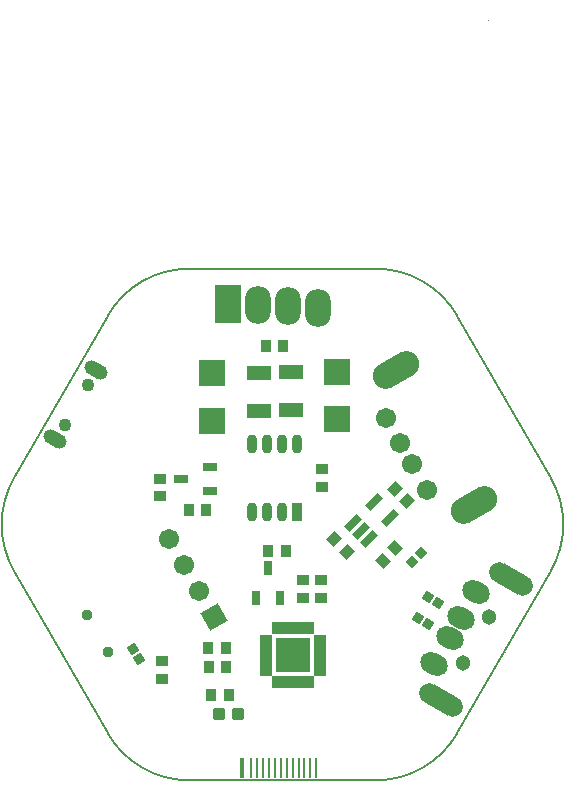
<source format=gbs>
%FSLAX25Y25*%
%MOIN*%
G70*
G01*
G75*
G04 Layer_Color=16711935*
%ADD10R,0.05906X0.05906*%
%ADD11R,0.03347X0.02756*%
G04:AMPARAMS|DCode=12|XSize=62.99mil|YSize=17.72mil|CornerRadius=0mil|HoleSize=0mil|Usage=FLASHONLY|Rotation=210.000|XOffset=0mil|YOffset=0mil|HoleType=Round|Shape=Rectangle|*
%AMROTATEDRECTD12*
4,1,4,0.02285,0.02342,0.03171,0.00808,-0.02285,-0.02342,-0.03171,-0.00808,0.02285,0.02342,0.0*
%
%ADD12ROTATEDRECTD12*%

G04:AMPARAMS|DCode=13|XSize=86.61mil|YSize=47.24mil|CornerRadius=0mil|HoleSize=0mil|Usage=FLASHONLY|Rotation=300.000|XOffset=0mil|YOffset=0mil|HoleType=Round|Shape=Rectangle|*
%AMROTATEDRECTD13*
4,1,4,-0.04211,0.02569,-0.00120,0.04932,0.04211,-0.02569,0.00120,-0.04932,-0.04211,0.02569,0.0*
%
%ADD13ROTATEDRECTD13*%

G04:AMPARAMS|DCode=14|XSize=157.48mil|YSize=78.74mil|CornerRadius=0mil|HoleSize=0mil|Usage=FLASHONLY|Rotation=30.000|XOffset=0mil|YOffset=0mil|HoleType=Round|Shape=Rectangle|*
%AMROTATEDRECTD14*
4,1,4,-0.04851,-0.07347,-0.08788,-0.00528,0.04851,0.07347,0.08788,0.00528,-0.04851,-0.07347,0.0*
%
%ADD14ROTATEDRECTD14*%

%ADD15R,0.02756X0.03347*%
G04:AMPARAMS|DCode=16|XSize=102.36mil|YSize=17.72mil|CornerRadius=0mil|HoleSize=0mil|Usage=FLASHONLY|Rotation=330.000|XOffset=0mil|YOffset=0mil|HoleType=Round|Shape=Rectangle|*
%AMROTATEDRECTD16*
4,1,4,-0.04875,0.01792,-0.03990,0.03326,0.04875,-0.01792,0.03990,-0.03326,-0.04875,0.01792,0.0*
%
%ADD16ROTATEDRECTD16*%

%ADD17R,0.00984X0.07087*%
%ADD18R,0.00984X0.07087*%
%ADD19R,0.01772X0.07087*%
%ADD20C,0.03000*%
%ADD21C,0.02000*%
%ADD22C,0.01000*%
%ADD23C,0.00800*%
%ADD24C,0.00600*%
%ADD25C,0.00250*%
%ADD26C,0.00500*%
%ADD27O,0.07874X0.11811*%
%ADD28R,0.07874X0.11811*%
%ADD29C,0.02953*%
%ADD30P,0.08352X4X165.0*%
%ADD31C,0.05906*%
G04:AMPARAMS|DCode=32|XSize=157.48mil|YSize=78.74mil|CornerRadius=0mil|HoleSize=0mil|Usage=FLASHONLY|Rotation=210.000|XOffset=0mil|YOffset=0mil|HoleType=Round|Shape=Round|*
%AMOVALD32*
21,1,0.07874,0.07874,0.00000,0.00000,210.0*
1,1,0.07874,0.03410,0.01969*
1,1,0.07874,-0.03410,-0.01969*
%
%ADD32OVALD32*%

%ADD33C,0.04331*%
G04:AMPARAMS|DCode=34|XSize=150mil|YSize=60mil|CornerRadius=0mil|HoleSize=0mil|Usage=FLASHONLY|Rotation=150.000|XOffset=0mil|YOffset=0mil|HoleType=Round|Shape=Round|*
%AMOVALD34*
21,1,0.09000,0.06000,0.00000,0.00000,150.0*
1,1,0.06000,0.03897,-0.02250*
1,1,0.06000,-0.03897,0.02250*
%
%ADD34OVALD34*%

G04:AMPARAMS|DCode=35|XSize=86.61mil|YSize=62.99mil|CornerRadius=0mil|HoleSize=0mil|Usage=FLASHONLY|Rotation=150.000|XOffset=0mil|YOffset=0mil|HoleType=Round|Shape=Round|*
%AMOVALD35*
21,1,0.02362,0.06299,0.00000,0.00000,150.0*
1,1,0.06299,0.01023,-0.00591*
1,1,0.06299,-0.01023,0.00591*
%
%ADD35OVALD35*%

%ADD36C,0.03543*%
G04:AMPARAMS|DCode=37|XSize=74.8mil|YSize=39.37mil|CornerRadius=0mil|HoleSize=0mil|Usage=FLASHONLY|Rotation=330.000|XOffset=0mil|YOffset=0mil|HoleType=Round|Shape=Round|*
%AMOVALD37*
21,1,0.03543,0.03937,0.00000,0.00000,330.0*
1,1,0.03937,-0.01534,0.00886*
1,1,0.03937,0.01534,-0.00886*
%
%ADD37OVALD37*%

%ADD38C,0.02000*%
%ADD39C,0.03000*%
%ADD40C,0.00100*%
%ADD41P,0.03341X4X345.0*%
%ADD42P,0.03341X4X195.0*%
%ADD43P,0.03341X4X270.0*%
G04:AMPARAMS|DCode=44|XSize=27.56mil|YSize=33.47mil|CornerRadius=0mil|HoleSize=0mil|Usage=FLASHONLY|Rotation=45.000|XOffset=0mil|YOffset=0mil|HoleType=Round|Shape=Rectangle|*
%AMROTATEDRECTD44*
4,1,4,0.00209,-0.02158,-0.02158,0.00209,-0.00209,0.02158,0.02158,-0.00209,0.00209,-0.02158,0.0*
%
%ADD44ROTATEDRECTD44*%

G04:AMPARAMS|DCode=45|XSize=27.56mil|YSize=33.47mil|CornerRadius=0mil|HoleSize=0mil|Usage=FLASHONLY|Rotation=315.000|XOffset=0mil|YOffset=0mil|HoleType=Round|Shape=Rectangle|*
%AMROTATEDRECTD45*
4,1,4,-0.02158,-0.00209,0.00209,0.02158,0.02158,0.00209,-0.00209,-0.02158,-0.02158,-0.00209,0.0*
%
%ADD45ROTATEDRECTD45*%

%ADD46R,0.02362X0.03937*%
%ADD47R,0.03937X0.02362*%
%ADD48R,0.07087X0.03937*%
%ADD49R,0.07874X0.07874*%
%ADD50O,0.02500X0.05500*%
%ADD51R,0.02500X0.05500*%
%ADD52R,0.01200X0.03400*%
%ADD53R,0.03400X0.01200*%
%ADD54R,0.10236X0.10236*%
G04:AMPARAMS|DCode=55|XSize=31.5mil|YSize=31.5mil|CornerRadius=3.15mil|HoleSize=0mil|Usage=FLASHONLY|Rotation=180.000|XOffset=0mil|YOffset=0mil|HoleType=Round|Shape=RoundedRectangle|*
%AMROUNDEDRECTD55*
21,1,0.03150,0.02520,0,0,180.0*
21,1,0.02520,0.03150,0,0,180.0*
1,1,0.00630,-0.01260,0.01260*
1,1,0.00630,0.01260,0.01260*
1,1,0.00630,0.01260,-0.01260*
1,1,0.00630,-0.01260,-0.01260*
%
%ADD55ROUNDEDRECTD55*%
G04:AMPARAMS|DCode=56|XSize=20mil|YSize=50mil|CornerRadius=0mil|HoleSize=0mil|Usage=FLASHONLY|Rotation=315.000|XOffset=0mil|YOffset=0mil|HoleType=Round|Shape=Rectangle|*
%AMROTATEDRECTD56*
4,1,4,-0.02475,-0.01061,0.01061,0.02475,0.02475,0.01061,-0.01061,-0.02475,-0.02475,-0.01061,0.0*
%
%ADD56ROTATEDRECTD56*%

%ADD57R,0.01772X0.07087*%
%ADD58C,0.04000*%
%ADD59C,0.01500*%
%ADD60C,0.00787*%
%ADD61C,0.00984*%
%ADD62C,0.02362*%
%ADD63R,0.06706X0.06706*%
%ADD64R,0.04147X0.03556*%
G04:AMPARAMS|DCode=65|XSize=70.99mil|YSize=25.72mil|CornerRadius=0mil|HoleSize=0mil|Usage=FLASHONLY|Rotation=210.000|XOffset=0mil|YOffset=0mil|HoleType=Round|Shape=Rectangle|*
%AMROTATEDRECTD65*
4,1,4,0.02431,0.02888,0.03717,0.00661,-0.02431,-0.02888,-0.03717,-0.00661,0.02431,0.02888,0.0*
%
%ADD65ROTATEDRECTD65*%

G04:AMPARAMS|DCode=66|XSize=94.61mil|YSize=55.24mil|CornerRadius=0mil|HoleSize=0mil|Usage=FLASHONLY|Rotation=300.000|XOffset=0mil|YOffset=0mil|HoleType=Round|Shape=Rectangle|*
%AMROTATEDRECTD66*
4,1,4,-0.04758,0.02716,0.00027,0.05478,0.04758,-0.02716,-0.00027,-0.05478,-0.04758,0.02716,0.0*
%
%ADD66ROTATEDRECTD66*%

G04:AMPARAMS|DCode=67|XSize=165.48mil|YSize=86.74mil|CornerRadius=0mil|HoleSize=0mil|Usage=FLASHONLY|Rotation=30.000|XOffset=0mil|YOffset=0mil|HoleType=Round|Shape=Rectangle|*
%AMROTATEDRECTD67*
4,1,4,-0.04997,-0.07893,-0.09334,-0.00381,0.04997,0.07893,0.09334,0.00381,-0.04997,-0.07893,0.0*
%
%ADD67ROTATEDRECTD67*%

%ADD68R,0.03556X0.04147*%
G04:AMPARAMS|DCode=69|XSize=110.36mil|YSize=25.72mil|CornerRadius=0mil|HoleSize=0mil|Usage=FLASHONLY|Rotation=330.000|XOffset=0mil|YOffset=0mil|HoleType=Round|Shape=Rectangle|*
%AMROTATEDRECTD69*
4,1,4,-0.05422,0.01646,-0.04136,0.03873,0.05422,-0.01646,0.04136,-0.03873,-0.05422,0.01646,0.0*
%
%ADD69ROTATEDRECTD69*%

%ADD70O,0.08674X0.12611*%
%ADD71R,0.08674X0.12611*%
%ADD72C,0.03753*%
%ADD73P,0.09483X4X165.0*%
%ADD74C,0.06706*%
G04:AMPARAMS|DCode=75|XSize=165.48mil|YSize=86.74mil|CornerRadius=0mil|HoleSize=0mil|Usage=FLASHONLY|Rotation=210.000|XOffset=0mil|YOffset=0mil|HoleType=Round|Shape=Round|*
%AMOVALD75*
21,1,0.07874,0.08674,0.00000,0.00000,210.0*
1,1,0.08674,0.03410,0.01969*
1,1,0.08674,-0.03410,-0.01969*
%
%ADD75OVALD75*%

%ADD76C,0.05131*%
G04:AMPARAMS|DCode=77|XSize=158mil|YSize=68mil|CornerRadius=0mil|HoleSize=0mil|Usage=FLASHONLY|Rotation=150.000|XOffset=0mil|YOffset=0mil|HoleType=Round|Shape=Round|*
%AMOVALD77*
21,1,0.09000,0.06800,0.00000,0.00000,150.0*
1,1,0.06800,0.03897,-0.02250*
1,1,0.06800,-0.03897,0.02250*
%
%ADD77OVALD77*%

G04:AMPARAMS|DCode=78|XSize=94.61mil|YSize=70.99mil|CornerRadius=0mil|HoleSize=0mil|Usage=FLASHONLY|Rotation=150.000|XOffset=0mil|YOffset=0mil|HoleType=Round|Shape=Round|*
%AMOVALD78*
21,1,0.02362,0.07099,0.00000,0.00000,150.0*
1,1,0.07099,0.01023,-0.00591*
1,1,0.07099,-0.01023,0.00591*
%
%ADD78OVALD78*%

%ADD79C,0.04343*%
G04:AMPARAMS|DCode=80|XSize=82.8mil|YSize=47.37mil|CornerRadius=0mil|HoleSize=0mil|Usage=FLASHONLY|Rotation=330.000|XOffset=0mil|YOffset=0mil|HoleType=Round|Shape=Round|*
%AMOVALD80*
21,1,0.03543,0.04737,0.00000,0.00000,330.0*
1,1,0.04737,-0.01534,0.00886*
1,1,0.04737,0.01534,-0.00886*
%
%ADD80OVALD80*%

%ADD81P,0.04472X4X345.0*%
%ADD82P,0.04472X4X195.0*%
%ADD83P,0.04472X4X270.0*%
G04:AMPARAMS|DCode=84|XSize=35.56mil|YSize=41.47mil|CornerRadius=0mil|HoleSize=0mil|Usage=FLASHONLY|Rotation=45.000|XOffset=0mil|YOffset=0mil|HoleType=Round|Shape=Rectangle|*
%AMROTATEDRECTD84*
4,1,4,0.00209,-0.02723,-0.02723,0.00209,-0.00209,0.02723,0.02723,-0.00209,0.00209,-0.02723,0.0*
%
%ADD84ROTATEDRECTD84*%

G04:AMPARAMS|DCode=85|XSize=35.56mil|YSize=41.47mil|CornerRadius=0mil|HoleSize=0mil|Usage=FLASHONLY|Rotation=315.000|XOffset=0mil|YOffset=0mil|HoleType=Round|Shape=Rectangle|*
%AMROTATEDRECTD85*
4,1,4,-0.02723,-0.00209,0.00209,0.02723,0.02723,0.00209,-0.00209,-0.02723,-0.02723,-0.00209,0.0*
%
%ADD85ROTATEDRECTD85*%

%ADD86R,0.03162X0.04737*%
%ADD87R,0.04737X0.03162*%
%ADD88R,0.07887X0.04737*%
%ADD89R,0.08674X0.08674*%
%ADD90O,0.03300X0.06300*%
%ADD91R,0.03300X0.06300*%
%ADD92R,0.02200X0.04400*%
%ADD93R,0.04400X0.02200*%
%ADD94R,0.11236X0.11236*%
G04:AMPARAMS|DCode=95|XSize=39.5mil|YSize=39.5mil|CornerRadius=3.95mil|HoleSize=0mil|Usage=FLASHONLY|Rotation=180.000|XOffset=0mil|YOffset=0mil|HoleType=Round|Shape=RoundedRectangle|*
%AMROUNDEDRECTD95*
21,1,0.03950,0.03160,0,0,180.0*
21,1,0.03160,0.03950,0,0,180.0*
1,1,0.00790,-0.01580,0.01580*
1,1,0.00790,0.01580,0.01580*
1,1,0.00790,0.01580,-0.01580*
1,1,0.00790,-0.01580,-0.01580*
%
%ADD95ROUNDEDRECTD95*%
G04:AMPARAMS|DCode=96|XSize=28mil|YSize=58mil|CornerRadius=0mil|HoleSize=0mil|Usage=FLASHONLY|Rotation=315.000|XOffset=0mil|YOffset=0mil|HoleType=Round|Shape=Rectangle|*
%AMROTATEDRECTD96*
4,1,4,-0.03041,-0.01061,0.01061,0.03041,0.03041,0.01061,-0.01061,-0.03041,-0.03041,-0.01061,0.0*
%
%ADD96ROTATEDRECTD96*%

D18*
X470553Y211500D02*
D03*
X468585D02*
D03*
X466616D02*
D03*
X464648D02*
D03*
X462679D02*
D03*
X460711D02*
D03*
X458743D02*
D03*
X456774D02*
D03*
X454806D02*
D03*
X452837D02*
D03*
X450869D02*
D03*
X448900D02*
D03*
D25*
X421800Y289922D02*
G03*
X421800Y289922I-125J0D01*
G01*
X386019Y250119D02*
G03*
X386019Y250119I-125J0D01*
G01*
X459838Y207500D02*
G03*
X459838Y207500I-125J0D01*
G01*
X533657Y250119D02*
G03*
X533657Y250119I-125J0D01*
G01*
Y335358D02*
G03*
X533657Y335358I-125J0D01*
G01*
X459838Y377977D02*
G03*
X459838Y377977I-125J0D01*
G01*
X527987Y460898D02*
G03*
X527987Y460898I-125J0D01*
G01*
X459425Y377977D02*
G03*
X459425Y377977I-125J0D01*
G01*
X533244Y335358D02*
G03*
X533244Y335358I-125J0D01*
G01*
Y250119D02*
G03*
X533244Y250119I-125J0D01*
G01*
X459425Y207500D02*
G03*
X459425Y207500I-125J0D01*
G01*
X385606Y250119D02*
G03*
X385606Y250119I-125J0D01*
G01*
Y335358D02*
G03*
X385606Y335358I-125J0D01*
G01*
D26*
X517519Y362378D02*
G03*
X490499Y377977I-27020J-15600D01*
G01*
X548718Y277139D02*
G03*
X548718Y308338I-27020J15600D01*
G01*
X490499Y207500D02*
G03*
X517519Y223100I0J31200D01*
G01*
X401080Y223100D02*
G03*
X428100Y207500I27020J15600D01*
G01*
X369881Y308338D02*
G03*
X369881Y277139I27020J-15600D01*
G01*
X428100Y377977D02*
G03*
X401080Y362378I0J-31200D01*
G01*
X428100Y377977D02*
X490499D01*
X517519Y362378D02*
X548718Y308338D01*
X517519Y223100D02*
X548718Y277139D01*
X428100Y207500D02*
X490499D01*
X369881Y277139D02*
X401080Y223100D01*
X369881Y308338D02*
X401080Y362378D01*
D57*
X445947Y211500D02*
D03*
D64*
X419100Y241394D02*
D03*
Y247300D02*
D03*
X466100Y274205D02*
D03*
X466100Y268300D02*
D03*
X418500Y308005D02*
D03*
Y302100D02*
D03*
X472500Y311206D02*
D03*
Y305300D02*
D03*
X472000Y274205D02*
D03*
Y268300D02*
D03*
D68*
X441330Y235765D02*
D03*
X435425D02*
D03*
X459606Y352300D02*
D03*
X453700D02*
D03*
X434500Y251700D02*
D03*
X440406D02*
D03*
X434700Y245200D02*
D03*
X440605D02*
D03*
X460405Y284000D02*
D03*
X454500D02*
D03*
X433906Y297600D02*
D03*
X428000D02*
D03*
D70*
X471100Y365019D02*
D03*
X461100Y365413D02*
D03*
X451100Y365806D02*
D03*
D71*
X441100Y366200D02*
D03*
D72*
X401265Y250323D02*
D03*
X394179Y262597D02*
D03*
D73*
X436400Y262000D02*
D03*
D74*
X431400Y270660D02*
D03*
X426400Y279321D02*
D03*
X421400Y287981D02*
D03*
X493720Y328267D02*
D03*
X498642Y319743D02*
D03*
X502579Y312924D02*
D03*
X507500Y304400D02*
D03*
D75*
X497165Y344348D02*
D03*
X523149Y299342D02*
D03*
D76*
X528229Y261971D02*
D03*
X519371Y246628D02*
D03*
D77*
X535414Y274416D02*
D03*
X512186Y234184D02*
D03*
D78*
X523955Y270316D02*
D03*
X518923Y261602D02*
D03*
X514986Y254783D02*
D03*
X509955Y246068D02*
D03*
D79*
X394469Y339241D02*
D03*
X386792Y325944D02*
D03*
D80*
X383384Y321092D02*
D03*
X397041Y344348D02*
D03*
D81*
X409600Y251300D02*
D03*
X411568Y247890D02*
D03*
D82*
X507800Y259700D02*
D03*
X504390Y261668D02*
D03*
X511200Y266600D02*
D03*
X507791Y268568D02*
D03*
D83*
X505400Y283100D02*
D03*
X502616Y280316D02*
D03*
D84*
X496976Y284876D02*
D03*
X492800Y280700D02*
D03*
D85*
X476531Y287810D02*
D03*
X480707Y283634D02*
D03*
X496800Y304700D02*
D03*
X500976Y300524D02*
D03*
D86*
X450526Y268300D02*
D03*
X454463Y278142D02*
D03*
X458400Y268300D02*
D03*
D87*
X435300Y304026D02*
D03*
X425457Y307963D02*
D03*
X435300Y311900D02*
D03*
D88*
X451500Y343400D02*
D03*
Y330605D02*
D03*
X462000Y343600D02*
D03*
Y330805D02*
D03*
D89*
X477400Y327800D02*
D03*
X477400Y343548D02*
D03*
X435800Y327400D02*
D03*
Y343148D02*
D03*
D90*
X459200Y297000D02*
D03*
X459200Y319638D02*
D03*
X449200Y297000D02*
D03*
X454200D02*
D03*
X449200Y319638D02*
D03*
X464200D02*
D03*
X454200D02*
D03*
D91*
X464200Y297000D02*
D03*
D92*
X468772Y240171D02*
D03*
X466804Y240171D02*
D03*
X464836Y240171D02*
D03*
X462867Y240171D02*
D03*
X460898D02*
D03*
X458930Y240171D02*
D03*
X456961Y240171D02*
D03*
Y258071D02*
D03*
X458930Y258071D02*
D03*
X460898Y258071D02*
D03*
X462867Y258071D02*
D03*
X464835Y258071D02*
D03*
X466804Y258071D02*
D03*
X468772Y258071D02*
D03*
D93*
X453917Y243216D02*
D03*
X453917Y245184D02*
D03*
X453917Y247153D02*
D03*
X453917Y249121D02*
D03*
X453917Y251090D02*
D03*
X453917Y253058D02*
D03*
X453917Y255027D02*
D03*
X471817Y255027D02*
D03*
X471817Y253058D02*
D03*
X471817Y251090D02*
D03*
X471817Y249121D02*
D03*
X471817Y247153D02*
D03*
X471817Y245184D02*
D03*
X471817Y243216D02*
D03*
D94*
X462867Y249121D02*
D03*
D95*
X444443Y229565D02*
D03*
X438206D02*
D03*
D96*
X488000Y287900D02*
D03*
X482711Y293189D02*
D03*
X485355Y290545D02*
D03*
X495071Y294971D02*
D03*
X489782Y300260D02*
D03*
M02*

</source>
